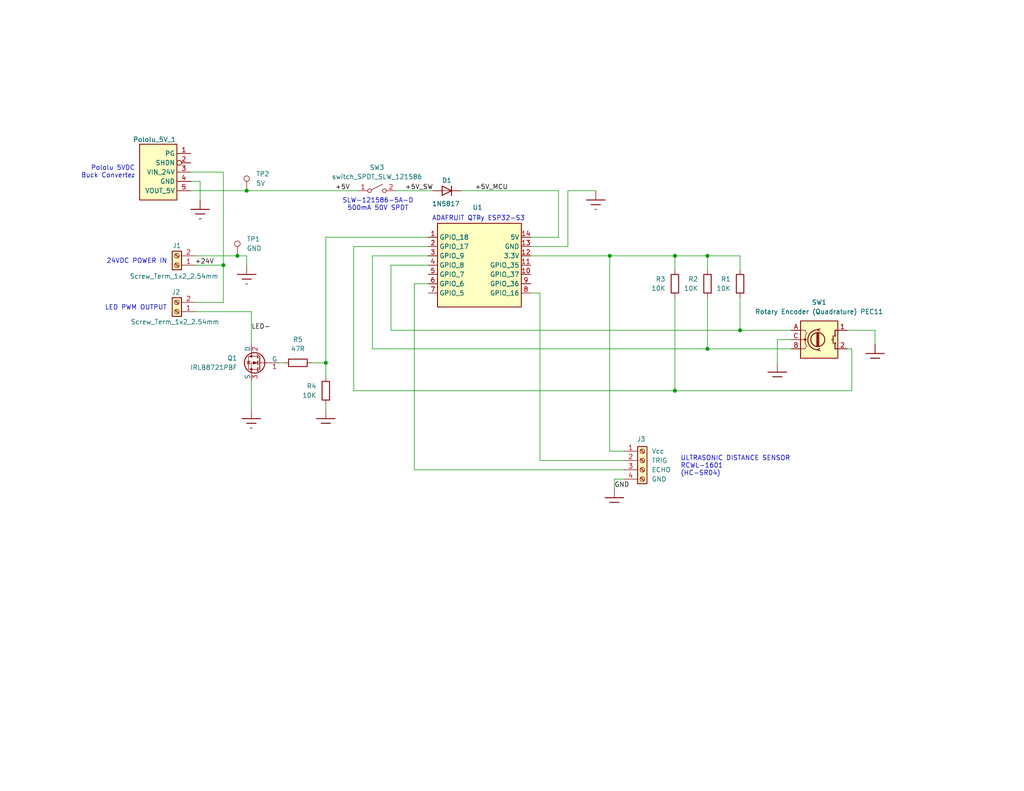
<source format=kicad_sch>
(kicad_sch (version 20231120) (generator "eeschema") (generator_version "8.0")
  (paper "A")
  (lib_symbols
    (symbol "Connector:Screw_Terminal_01x04" (pin_names (offset 3.81))
      (property "Reference" "J3" (at 2.54 0.0001 0))
      (property "Value" "Screw_Terminal_HCSR04" (at 2.54 -2.5399 0))
      (symbol "Screw_Terminal_01x04_1_1"
        (rectangle (start -1.27 3.81) (end 1.27 -6.35) (stroke (width 0.254)) (fill (type background)))
        (circle (center 0 -5.08) (radius 0.635) (stroke (width 0.1524)))
        (circle (center 0 -2.54) (radius 0.635) (stroke (width 0.1524)))
        (polyline (pts (xy -0.5334 -4.7498) (xy 0.3302 -5.588)) (stroke (width 0.1524)))
        (polyline (pts (xy -0.5334 -2.2098) (xy 0.3302 -3.048)) (stroke (width 0.1524)))
        (polyline (pts (xy -0.5334 0.3302) (xy 0.3302 -0.508)) (stroke (width 0.1524)))
        (polyline (pts (xy -0.5334 2.8702) (xy 0.3302 2.032)) (stroke (width 0.1524)))
        (polyline (pts (xy -0.3556 -4.572) (xy 0.508 -5.4102)) (stroke (width 0.1524)))
        (polyline (pts (xy -0.3556 -2.032) (xy 0.508 -2.8702)) (stroke (width 0.1524)))
        (polyline (pts (xy -0.3556 0.508) (xy 0.508 -0.3302)) (stroke (width 0.1524)))
        (polyline (pts (xy -0.3556 3.048) (xy 0.508 2.2098)) (stroke (width 0.1524)))
        (circle (center 0 0) (radius 0.635) (stroke (width 0.1524)))
        (circle (center 0 2.54) (radius 0.635) (stroke (width 0.1524)))
        (pin input line (at -5.08 2.54 0) (length 3.81) (name "Vcc") (number "1"))
        (pin input line (at -5.08 0 0) (length 3.81) (name "TRIG") (number "2"))
        (pin output line (at -5.08 -2.54 0) (length 3.81) (name "ECHO") (number "3"))
        (pin output line (at -5.08 -5.08 0) (length 3.81) (name "GND") (number "4"))
      )
    )
    (symbol "Connector:TestPoint" (pin_numbers hide) (pin_names (offset 0.762) hide)
      (property "Reference" "TP" (at 0 6.858 0))
      (property "Value" "TestPoint" (at 0 5.08 0))
      (symbol "TestPoint_0_1"
        (circle (center 0 3.302) (radius 0.762))
      )
      (symbol "TestPoint_1_1"
        (pin passive line (at 0 0 90) (length 2.54) (name "1") (number "1"))
      )
    )
    (symbol "Device:D" (pin_numbers hide) (pin_names (offset 1.016) hide)
      (property "Reference" "D" (at 0 2.54 0))
      (property "Value" "D" (at 0 -2.54 0))
      (symbol "D_0_1"
        (polyline (pts (xy -1.27 1.27) (xy -1.27 -1.27)) (stroke (width 0.254)))
        (polyline (pts (xy 1.27 0) (xy -1.27 0)))
        (polyline (pts (xy 1.27 1.27) (xy 1.27 -1.27) (xy -1.27 0) (xy 1.27 1.27)) (stroke (width 0.254)))
      )
      (symbol "D_1_1"
        (pin passive line (at -3.81 0 0) (length 2.54) (name "K") (number "1"))
        (pin passive line (at 3.81 0 180) (length 2.54) (name "A") (number "2"))
      )
    )
    (symbol "Device:RotaryEncoder_Switch" (pin_names (offset 0.254) hide)
      (property "Reference" "SW1" (at 0 10.16 0))
      (property "Value" "RotaryEncoder_Switch" (at 0 7.62 0))
      (symbol "RotaryEncoder_Switch_0_1"
        (rectangle (start -5.08 5.08) (end 5.08 -5.08) (stroke (width 0.254)) (fill (type background)))
        (circle (center -3.81 0) (radius 0.254) (fill (type outline)))
        (circle (center -0.381 0) (radius 1.905) (stroke (width 0.254)))
        (arc (start -0.381 2.667) (mid -3.0988 -0.0635) (end -0.381 -2.794) (stroke (width 0.254)))
        (polyline (pts (xy -0.635 -1.778) (xy -0.635 1.778)) (stroke (width 0.254)))
        (polyline (pts (xy -0.381 -1.778) (xy -0.381 1.778)) (stroke (width 0.254)))
        (polyline (pts (xy -0.127 1.778) (xy -0.127 -1.778)) (stroke (width 0.254)))
        (polyline (pts (xy 3.81 0) (xy 3.429 0)) (stroke (width 0.254)))
        (polyline (pts (xy 3.81 1.016) (xy 3.81 -1.016)) (stroke (width 0.254)))
        (polyline (pts (xy -5.08 -2.54) (xy -3.81 -2.54) (xy -3.81 -2.032)))
        (polyline (pts (xy -5.08 2.54) (xy -3.81 2.54) (xy -3.81 2.032)))
        (polyline (pts (xy 0.254 -3.048) (xy -0.508 -2.794) (xy 0.127 -2.413)) (stroke (width 0.254)))
        (polyline (pts (xy 0.254 2.921) (xy -0.508 2.667) (xy 0.127 2.286)) (stroke (width 0.254)))
        (polyline (pts (xy 5.08 -2.54) (xy 4.318 -2.54) (xy 4.318 -1.016)) (stroke (width 0.254)))
        (polyline (pts (xy 5.08 2.54) (xy 4.318 2.54) (xy 4.318 1.016)) (stroke (width 0.254)))
        (polyline (pts (xy -5.08 0) (xy -3.81 0) (xy -3.81 -1.016) (xy -3.302 -2.032)))
        (polyline (pts (xy -4.318 0) (xy -3.81 0) (xy -3.81 1.016) (xy -3.302 2.032)))
        (circle (center 4.318 -1.016) (radius 0.127) (stroke (width 0.254)))
        (circle (center 4.318 1.016) (radius 0.127) (stroke (width 0.254)))
      )
      (symbol "RotaryEncoder_Switch_1_1"
        (pin passive line (at 7.62 2.54 180) (length 2.54) (name "S1") (number "1"))
        (pin passive line (at 7.62 -2.54 180) (length 2.54) (name "S2") (number "2"))
        (pin passive line (at -7.62 2.54 0) (length 2.54) (name "A") (number "A"))
        (pin passive line (at -7.62 -2.54 0) (length 2.54) (name "B") (number "B"))
        (pin passive line (at -7.62 0 0) (length 2.54) (name "C") (number "C"))
      )
    )
    (symbol "GND_1" (power)
      (property "Value" "~" (at 0 -1.27 0))
      (symbol "GND_1_1_0"
        (polyline (pts (xy -2.54 0) (xy 2.54 0)) (stroke (width 0.254)))
        (pin power_in line (at 0 2.54 270) (length 2.54) (name "GND") (number "1"))
      )
      (symbol "GND_1_1_1"
        (polyline (pts (xy -1.27 -1.27) (xy 1.27 -1.27)) (stroke (width 0.254)))
      )
    )
    (symbol "GND_2" (power)
      (property "Value" "~" (at 0 -1.27 0))
      (symbol "GND_2_1_0"
        (polyline (pts (xy -2.54 0) (xy 2.54 0)) (stroke (width 0.254)))
        (pin power_in line (at 0 2.54 270) (length 2.54) (name "GND") (number "1"))
      )
      (symbol "GND_2_1_1"
        (polyline (pts (xy -1.27 -1.27) (xy 1.27 -1.27)) (stroke (width 0.254)))
      )
    )
    (symbol "GND_3" (power)
      (property "Value" "~" (at 0 -1.27 0))
      (symbol "GND_3_1_0"
        (polyline (pts (xy -2.54 0) (xy 2.54 0)) (stroke (width 0.254)))
        (pin power_in line (at 0 2.54 270) (length 2.54) (name "GND") (number "1"))
      )
      (symbol "GND_3_1_1"
        (polyline (pts (xy -1.27 -1.27) (xy 1.27 -1.27)) (stroke (width 0.254)))
      )
    )
    (symbol "Power Supply Module:Pololu_0J8557_24V"
      (property "Reference" "Pololu_5V_1" (at 11.43 0.6351 0))
      (property "Value" "~" (at 11.43 -1.27 0))
      (symbol "Pololu_0J8557_24V_0_1"
        (rectangle (start 0 7.62) (end 10.16 -7.62) (stroke (width 0.254)) (fill (type background)))
      )
      (symbol "Pololu_0J8557_24V_1_1"
        (pin output line (at -3.81 5.08 0) (length 3.81) (name "PG") (number "1"))
        (pin input inverted (at -3.81 2.54 0) (length 3.81) (name "SHDN") (number "2"))
        (pin input line (at -3.81 0 0) (length 3.81) (name "VIN_24V") (number "3"))
        (pin output line (at -3.81 -2.54 0) (length 3.81) (name "GND") (number "4"))
        (pin output line (at -3.81 -5.08 0) (length 3.81) (name "VOUT_5V") (number "5"))
      )
    )
    (symbol "user:Adafruit_QTPy_Esp32S3"
      (property "Reference" "U" (at 0 12.7 0))
      (symbol "Adafruit_QTPy_Esp32S3_0_1"
        (rectangle (start -11.43 11.43) (end 11.43 -11.43) (stroke (width 0.254)) (fill (type background)))
      )
      (symbol "Adafruit_QTPy_Esp32S3_1_1"
        (pin bidirectional line (at -13.97 7.62 0) (length 2.54) (name "GPIO_18") (number "1"))
        (pin bidirectional line (at 13.97 -2.54 180) (length 2.54) (name "GPIO_37") (number "10"))
        (pin bidirectional line (at 13.97 0 180) (length 2.54) (name "GPIO_35") (number "11"))
        (pin power_in line (at 13.97 2.54 180) (length 2.54) (name "3.3V") (number "12"))
        (pin power_in line (at 13.97 5.08 180) (length 2.54) (name "GND") (number "13"))
        (pin power_in line (at 13.97 7.62 180) (length 2.54) (name "5V") (number "14"))
        (pin bidirectional line (at -13.97 5.08 0) (length 2.54) (name "GPIO_17") (number "2"))
        (pin bidirectional line (at -13.97 2.54 0) (length 2.54) (name "GPIO_9") (number "3"))
        (pin bidirectional line (at -13.97 0 0) (length 2.54) (name "GPIO_8") (number "4"))
        (pin bidirectional line (at -13.97 -2.54 0) (length 2.54) (name "GPIO_7") (number "5"))
        (pin bidirectional line (at -13.97 -5.08 0) (length 2.54) (name "GPIO_6") (number "6"))
        (pin bidirectional line (at -13.97 -7.62 0) (length 2.54) (name "GPIO_5") (number "7"))
        (pin bidirectional line (at 13.97 -7.62 180) (length 2.54) (name "GPIO_16") (number "8"))
        (pin bidirectional line (at 13.97 -5.08 180) (length 2.54) (name "GPIO_36") (number "9"))
      )
    )
    (symbol "user:GND" (power)
      (property "Value" "~" (at 0 -1.27 0))
      (symbol "GND_1_0"
        (polyline (pts (xy -2.54 0) (xy 2.54 0)) (stroke (width 0.254)))
        (pin power_in line (at 0 2.54 270) (length 2.54) (name "GND") (number "1"))
      )
      (symbol "GND_1_1"
        (polyline (pts (xy -1.27 -1.27) (xy 1.27 -1.27)) (stroke (width 0.254)))
      )
    )
    (symbol "user:IRLB8721PBF" (pin_names (offset 0))
      (property "Reference" "Q1" (at 6.35 1.2701 0))
      (property "Value" "IRLB8721PBF" (at 6.35 -1.2699 0))
      (symbol "IRLB8721PBF_0_1"
        (polyline (pts (xy 0.254 0) (xy -2.54 0)))
        (polyline (pts (xy 0.254 1.905) (xy 0.254 -1.905)) (stroke (width 0.254)))
        (polyline (pts (xy 0.762 -1.27) (xy 0.762 -2.286)) (stroke (width 0.254)))
        (polyline (pts (xy 0.762 0.508) (xy 0.762 -0.508)) (stroke (width 0.254)))
        (polyline (pts (xy 0.762 2.286) (xy 0.762 1.27)) (stroke (width 0.254)))
        (polyline (pts (xy 2.54 2.54) (xy 2.54 1.778)))
        (polyline (pts (xy 2.54 -2.54) (xy 2.54 0) (xy 0.762 0)))
        (polyline (pts (xy 0.762 -1.778) (xy 3.302 -1.778) (xy 3.302 1.778) (xy 0.762 1.778)))
        (polyline (pts (xy 1.016 0) (xy 2.032 0.381) (xy 2.032 -0.381) (xy 1.016 0)) (fill (type outline)))
        (polyline (pts (xy 2.794 0.508) (xy 2.921 0.381) (xy 3.683 0.381) (xy 3.81 0.254)))
        (polyline (pts (xy 3.302 0.381) (xy 2.921 -0.254) (xy 3.683 -0.254) (xy 3.302 0.381)))
        (circle (center 1.651 0) (radius 2.794) (stroke (width 0.254)))
        (circle (center 2.54 -1.778) (radius 0.254) (fill (type outline)))
        (circle (center 2.54 1.778) (radius 0.254) (fill (type outline)))
      )
      (symbol "IRLB8721PBF_1_1"
        (pin input line (at -5.08 0 0) (length 2.54) (name "G") (number "1"))
        (pin passive line (at 2.54 5.08 270) (length 2.54) (name "D") (number "2"))
        (pin passive line (at 2.54 -5.08 90) (length 2.54) (name "S") (number "3"))
      )
    )
    (symbol "user:R" (pin_numbers hide) (pin_names (offset 0))
      (property "Reference" "R3" (at 2.54 1.2701 0))
      (property "Value" "10K" (at 2.54 -1.2699 0))
      (symbol "R_0_1"
        (rectangle (start -1.016 2.54) (end 1.016 -2.54) (stroke (width 0.254)))
      )
      (symbol "R_1_1"
        (pin passive line (at 0 3.81 270) (length 1.27) (name "~") (number "1"))
        (pin passive line (at 0 -3.81 90) (length 1.27) (name "~") (number "2"))
      )
    )
    (symbol "user:Screw_Term_1x2_2.54mm" (pin_names (offset 1.016) hide)
      (property "Reference" "J1" (at -4.064 -2.54 0))
      (property "Value" "Screw_Term_1x2_2.54mm" (at 2.54 -1.27 0))
      (symbol "Screw_Term_1x2_2.54mm_1_1"
        (circle (center -5.08 0) (radius 0.635) (stroke (width 0.1524)))
        (circle (center -5.08 2.54) (radius 0.635) (stroke (width 0.1524)))
        (rectangle (start -3.81 -1.27) (end -6.35 3.81) (stroke (width 0.254)) (fill (type background)))
        (polyline (pts (xy -4.7244 -0.508) (xy -5.588 0.3302)) (stroke (width 0.1524)))
        (polyline (pts (xy -4.7244 2.032) (xy -5.588 2.8702)) (stroke (width 0.1524)))
        (polyline (pts (xy -4.5466 -0.3302) (xy -5.4102 0.508)) (stroke (width 0.1524)))
        (polyline (pts (xy -4.5466 2.2098) (xy -5.4102 3.048)) (stroke (width 0.1524)))
        (pin passive line (at 0 0 180) (length 3.81) (name "Pin_1") (number "1"))
        (pin passive line (at 0 2.54 180) (length 3.81) (name "Pin_2") (number "2"))
      )
    )
    (symbol "user:switch_SPDT_SLW_121586" (pin_names (offset 0) hide)
      (property "Reference" "SW2" (at 0 6.35 0))
      (property "Value" "switch_SPDT_SLW_121586" (at 0 3.81 0))
      (symbol "switch_SPDT_SLW_121586_0_0"
        (circle (center -2.032 0) (radius 0.508))
        (polyline (pts (xy -1.524 0.254) (xy 1.524 1.778)))
        (circle (center 2.032 0) (radius 0.508))
      )
      (symbol "switch_SPDT_SLW_121586_1_1"
        (pin passive line (at -5.08 0 0) (length 2.54) (name "") (number "1"))
        (pin passive line (at 5.08 0 180) (length 2.54) (name "") (number "2"))
      )
    )
  )
  (junction (at 184.15 69.85))
  (junction (at 64.77 69.85))
  (junction (at 60.96 72.39))
  (junction (at 184.15 106.68))
  (junction (at 193.04 69.85))
  (junction (at 201.93 90.17))
  (junction (at 67.31 52.07))
  (junction (at 166.37 69.85))
  (junction (at 88.9 99.06))
  (junction (at 193.04 95.25))
  (wire (pts (xy 147.32 125.73) (xy 170.18 125.73)))
  (wire (pts (xy 60.96 46.99) (xy 52.07 46.99)))
  (wire (pts (xy 106.68 72.39) (xy 106.68 90.17)))
  (wire (pts (xy 184.15 106.68) (xy 232.41 106.68)))
  (wire (pts (xy 96.52 67.31) (xy 96.52 106.68)))
  (wire (pts (xy 125.73 52.07) (xy 152.4 52.07)))
  (wire (pts (xy 215.9 92.71) (xy 212.09 92.71)))
  (wire (pts (xy 232.41 95.25) (xy 232.41 106.68)))
  (wire (pts (xy 212.09 92.71) (xy 212.09 99.06)))
  (wire (pts (xy 67.31 52.07) (xy 97.79 52.07)))
  (wire (pts (xy 154.94 52.07) (xy 162.56 52.07)))
  (wire (pts (xy 101.6 95.25) (xy 193.04 95.25)))
  (wire (pts (xy 144.78 69.85) (xy 166.37 69.85)))
  (wire (pts (xy 77.47 99.06) (xy 76.2 99.06)))
  (wire (pts (xy 170.18 123.19) (xy 166.37 123.19)))
  (wire (pts (xy 106.68 90.17) (xy 201.93 90.17)))
  (wire (pts (xy 116.84 72.39) (xy 106.68 72.39)))
  (wire (pts (xy 68.58 104.14) (xy 68.58 111.76)))
  (wire (pts (xy 167.64 130.81) (xy 170.18 130.81)))
  (wire (pts (xy 88.9 64.77) (xy 88.9 99.06)))
  (wire (pts (xy 96.52 67.31) (xy 116.84 67.31)))
  (wire (pts (xy 107.95 52.07) (xy 118.11 52.07)))
  (wire (pts (xy 201.93 81.28) (xy 201.93 90.17)))
  (wire (pts (xy 166.37 69.85) (xy 184.15 69.85)))
  (wire (pts (xy 88.9 110.49) (xy 88.9 111.76)))
  (wire (pts (xy 154.94 52.07) (xy 154.94 67.31)))
  (wire (pts (xy 238.76 90.17) (xy 238.76 93.98)))
  (wire (pts (xy 64.77 69.85) (xy 67.31 69.85)))
  (wire (pts (xy 85.09 99.06) (xy 88.9 99.06)))
  (wire (pts (xy 201.93 90.17) (xy 215.9 90.17)))
  (wire (pts (xy 167.64 130.81) (xy 167.64 133.35)))
  (wire (pts (xy 152.4 64.77) (xy 144.78 64.77)))
  (wire (pts (xy 238.76 90.17) (xy 231.14 90.17)))
  (wire (pts (xy 60.96 46.99) (xy 60.96 72.39)))
  (wire (pts (xy 60.96 72.39) (xy 60.96 82.55)))
  (wire (pts (xy 68.58 85.09) (xy 53.34 85.09)))
  (wire (pts (xy 184.15 81.28) (xy 184.15 106.68)))
  (wire (pts (xy 193.04 81.28) (xy 193.04 95.25)))
  (wire (pts (xy 88.9 64.77) (xy 116.84 64.77)))
  (wire (pts (xy 201.93 69.85) (xy 201.93 73.66)))
  (wire (pts (xy 113.03 128.27) (xy 170.18 128.27)))
  (wire (pts (xy 52.07 52.07) (xy 67.31 52.07)))
  (wire (pts (xy 152.4 52.07) (xy 152.4 64.77)))
  (wire (pts (xy 193.04 69.85) (xy 184.15 69.85)))
  (wire (pts (xy 101.6 69.85) (xy 101.6 95.25)))
  (wire (pts (xy 68.58 85.09) (xy 68.58 93.98)))
  (wire (pts (xy 53.34 82.55) (xy 60.96 82.55)))
  (wire (pts (xy 54.61 49.53) (xy 52.07 49.53)))
  (wire (pts (xy 53.34 72.39) (xy 60.96 72.39)))
  (wire (pts (xy 147.32 125.73) (xy 147.32 80.01)))
  (wire (pts (xy 147.32 80.01) (xy 144.78 80.01)))
  (wire (pts (xy 113.03 77.47) (xy 113.03 128.27)))
  (wire (pts (xy 88.9 99.06) (xy 88.9 102.87)))
  (wire (pts (xy 232.41 95.25) (xy 231.14 95.25)))
  (wire (pts (xy 166.37 69.85) (xy 166.37 123.19)))
  (wire (pts (xy 67.31 69.85) (xy 67.31 72.39)))
  (wire (pts (xy 193.04 95.25) (xy 215.9 95.25)))
  (wire (pts (xy 193.04 69.85) (xy 201.93 69.85)))
  (wire (pts (xy 54.61 49.53) (xy 54.61 54.61)))
  (wire (pts (xy 53.34 69.85) (xy 64.77 69.85)))
  (wire (pts (xy 116.84 69.85) (xy 101.6 69.85)))
  (wire (pts (xy 184.15 73.66) (xy 184.15 69.85)))
  (wire (pts (xy 96.52 106.68) (xy 184.15 106.68)))
  (wire (pts (xy 113.03 77.47) (xy 116.84 77.47)))
  (wire (pts (xy 193.04 69.85) (xy 193.04 73.66)))
  (wire (pts (xy 154.94 67.31) (xy 144.78 67.31)))
  (text "ULTRASONIC DISTANCE SENSOR\nRCWL-1601\n(HC-SR04)" (at 185.674 127.254 0) (effects (font (size 1.27 1.27)) (justify left)))
  (text "Pololu 5VDC\nBuck Converter" (at 36.83 46.99 0) (effects (font (size 1.27 1.27)) (justify right)))
  (text "SLW-121586-5A-D\n500mA 50V SPDT" (at 103.124 55.88 0) (effects (font (size 1.27 1.27))))
  (text "24VDC POWER IN" (at 37.338 71.374 0) (effects (font (size 1.27 1.27))))
  (text "LED PWM OUTPUT" (at 37.084 84.074 0) (effects (font (size 1.27 1.27))))
  (text "ADAFRUIT QTPy ESP32-S3" (at 130.556 59.69 0) (effects (font (size 1.27 1.27))))
  (label "+5V_MCU" (at 129.54 52.07 0))
  (label "+5V" (at 91.44 52.07 0))
  (label "+5V_SW" (at 110.49 52.07 0))
  (label "+24V" (at 58.42 72.39 180))
  (label "GND" (at 167.64 133.35 0))
  (label "LED-" (at 68.58 90.17 0))
  (symbol (lib_id "user:GND") (at 54.61 57.15 0) (mirror y) (unit 1)
    (property "Reference" "#03" (effects (hide yes)))
    (property "Value" "~" (at 54.61 59.69 0) (effects (font (size 1.27 1.0795))))
    (property "Description" "GND" (effects (hide yes)))
  )
  (symbol (lib_id "user:GND") (at 162.56 54.61 0) (mirror y) (unit 1)
    (property "Reference" "#04" (effects (hide yes)))
    (property "Value" "~" (at 162.56 57.15 0) (effects (font (size 1.27 1.0795))))
    (property "Description" "GND" (effects (hide yes)))
  )
  (symbol (lib_id "Connector:TestPoint") (at 64.77 69.85 0) (unit 1)
    (property "Reference" "TP1" (at 67.31 65.2779 0) (effects (justify left)))
    (property "Value" "GND" (at 67.31 67.8179 0) (effects (justify left)))
    (property "Footprint" "TestPoint:TestPoint_Plated_Hole_D2.0mm" (effects (hide yes)))
    (property "Description" "test point" (effects (hide yes)))
  )
  (symbol (lib_id "user:GND") (at 67.31 74.93 0) (mirror y) (unit 1)
    (property "Reference" "#01" (effects (hide yes)))
    (property "Value" "~" (at 67.31 77.47 0) (effects (font (size 1.27 1.0795))))
    (property "Description" "GND" (effects (hide yes)))
  )
  (symbol (lib_id "Device:RotaryEncoder_Switch") (at 223.52 92.71 0) (unit 1)
    (property "Reference" "SW1" (at 223.52 82.55 0))
    (property "Value" "Rotary Encoder (Quadrature) PEC11" (at 223.52 85.09 0))
    (property "Footprint" "user:Bourns-PEC11R" (effects (hide yes)))
    (property "Description" "Rotary encoder, dual channel, incremental quadrate outputs, with switch" (effects (hide yes)))
  )
  (symbol (lib_name "GND_1") (lib_id "cablight-eagle-import:GND") (at 212.09 101.6 0) (mirror y) (unit 1)
    (property "Reference" "#0102" (effects (hide yes)))
    (property "Value" "~" (at 212.09 102.87 0) (effects (font (size 1.27 1.0795))))
    (property "Description" "GND" (effects (hide yes)))
  )
  (symbol (lib_id "user:R") (at 193.04 77.47 0) (mirror y) (unit 1)
    (property "Reference" "R2" (at 190.5 76.1999 0) (effects (justify left)))
    (property "Value" "10K" (at 190.5 78.7399 0) (effects (justify left)))
    (property "Footprint" "Resistor_THT:R_Axial_DIN0207_L6.3mm_D2.5mm_P10.16mm_Horizontal" (effects (hide yes)))
    (property "Description" "ResistorFromKit" (effects (hide yes)))
  )
  (symbol (lib_id "user:R") (at 201.93 77.47 0) (mirror y) (unit 1)
    (property "Reference" "R1" (at 199.39 76.1999 0) (effects (justify left)))
    (property "Value" "10K" (at 199.39 78.7399 0) (effects (justify left)))
    (property "Footprint" "Resistor_THT:R_Axial_DIN0207_L6.3mm_D2.5mm_P10.16mm_Horizontal" (effects (hide yes)))
    (property "Description" "ResistorFromKit" (effects (hide yes)))
  )
  (symbol (lib_id "user:switch_SPDT_SLW_121586") (at 102.87 52.07 0) (unit 1)
    (property "Reference" "SW3" (at 102.87 45.72 0))
    (property "Value" "switch_SPDT_SLW_121586" (at 102.87 48.26 0))
    (property "Footprint" "user:CUI_SPDT_500mA_3mm" (effects (hide yes)))
    (property "Description" "SPDT" (effects (hide yes)))
  )
  (symbol (lib_id "user:Adafruit_QTPy_Esp32S3") (at 130.81 72.39 0) (unit 1)
    (property "Reference" "U1" (at 130.302 56.642 0))
    (property "Value" "~" (at 130.81 59.69 0))
    (property "Footprint" "user:AdafruitQTPyEsp32S3" (effects (hide yes)))
  )
  (symbol (lib_id "user:Screw_Term_1x2_2.54mm") (at 53.34 72.39 0) (unit 1)
    (property "Reference" "J1" (at 48.26 67.056 0))
    (property "Value" "Screw_Term_1x2_2.54mm" (at 47.498 75.438 0))
    (property "Footprint" "user:2xTermBlock_254mm" (effects (hide yes)))
    (property "Description" "Generic screw terminal, single row, 01x02, script generated (kicad-library-utils/schlib/autogen/connector/)" (effects (hide yes)))
  )
  (symbol (lib_name "GND_2") (lib_id "cablight-eagle-import:GND") (at 238.76 96.52 0) (mirror y) (unit 1)
    (property "Reference" "#0101" (effects (hide yes)))
    (property "Value" "~" (at 238.76 97.79 0) (effects (font (size 1.27 1.0795))))
    (property "Description" "GND" (effects (hide yes)))
  )
  (symbol (lib_id "Device:D") (at 121.92 52.07 180) (unit 1)
    (property "Reference" "D1" (at 121.92 49.276 0))
    (property "Value" "1N5817" (at 121.666 55.626 0))
    (property "Footprint" "Diode_THT:D_DO-41_SOD81_P2.54mm_Vertical_KathodeUp" (effects (hide yes)))
    (property "Description" "Diode" (effects (hide yes)))
    (property "Sim.Device" "D" (effects (hide yes)))
    (property "Sim.Pins" "1=K 2=A" (effects (hide yes)))
  )
  (symbol (lib_id "user:Screw_Term_1x2_2.54mm") (at 53.34 85.09 0) (unit 1)
    (property "Reference" "J2" (at 48.006 79.756 0))
    (property "Value" "Screw_Term_1x2_2.54mm" (at 47.752 87.884 0))
    (property "Footprint" "user:2xTermBlock_254mm" (effects (hide yes)))
    (property "Description" "Generic screw terminal, single row, 01x02, script generated (kicad-library-utils/schlib/autogen/connector/)" (effects (hide yes)))
  )
  (symbol (lib_name "GND_3") (lib_id "cablight-eagle-import:GND") (at 167.64 135.89 0) (unit 1)
    (property "Reference" "#0103" (effects (hide yes)))
    (property "Value" "~" (at 167.64 137.16 0) (effects (font (size 1.27 1.0795))))
    (property "Description" "GND" (effects (hide yes)))
  )
  (symbol (lib_name "GND_3") (lib_id "cablight-eagle-import:GND") (at 88.9 114.3 0) (mirror y) (unit 1)
    (property "Reference" "#0104" (effects (hide yes)))
    (property "Value" "~" (at 88.9 115.57 0) (effects (font (size 1.27 1.0795))))
    (property "Description" "GND" (effects (hide yes)))
  )
  (symbol (lib_id "Power Supply Module:Pololu_0J8557_24V") (at 48.26 46.99 0) (mirror y) (unit 1)
    (property "Reference" "Pololu_5V_1" (at 48.006 38.1 0) (effects (justify left)))
    (property "Value" "~" (at 36.83 48.26 0) (effects (justify left)))
    (property "Footprint" "user:Pololu_5V_H" (effects (hide yes)))
  )
  (symbol (lib_id "Connector:TestPoint") (at 67.31 52.07 0) (unit 1)
    (property "Reference" "TP2" (at 69.85 47.4979 0) (effects (justify left)))
    (property "Value" "5V" (at 69.85 50.0379 0) (effects (justify left)))
    (property "Footprint" "TestPoint:TestPoint_Plated_Hole_D2.0mm" (effects (hide yes)))
    (property "Description" "test point" (effects (hide yes)))
  )
  (symbol (lib_id "user:R") (at 184.15 77.47 0) (mirror y) (unit 1)
    (property "Reference" "R3" (at 181.61 76.1999 0) (effects (justify left)))
    (property "Value" "10K" (at 181.61 78.7399 0) (effects (justify left)))
    (property "Footprint" "Resistor_THT:R_Axial_DIN0207_L6.3mm_D2.5mm_P10.16mm_Horizontal" (effects (hide yes)))
    (property "Description" "ResistorFromKit" (effects (hide yes)))
  )
  (symbol (lib_id "user:R") (at 81.28 99.06 270) (mirror x) (unit 1)
    (property "Reference" "R5" (at 81.28 92.71 90))
    (property "Value" "47R" (at 81.28 95.25 90))
    (property "Footprint" "Resistor_THT:R_Axial_DIN0207_L6.3mm_D2.5mm_P10.16mm_Horizontal" (effects (hide yes)))
    (property "Description" "ResistorFromKit" (effects (hide yes)))
  )
  (symbol (lib_id "user:R") (at 88.9 106.68 0) (mirror y) (unit 1)
    (property "Reference" "R4" (at 86.36 105.4099 0) (effects (justify left)))
    (property "Value" "10K" (at 86.36 107.9499 0) (effects (justify left)))
    (property "Footprint" "Resistor_THT:R_Axial_DIN0207_L6.3mm_D2.5mm_P10.16mm_Horizontal" (effects (hide yes)))
    (property "Description" "ResistorFromKit" (effects (hide yes)))
  )
  (symbol (lib_id "user:GND") (at 68.58 114.3 0) (mirror y) (unit 1)
    (property "Reference" "#02" (effects (hide yes)))
    (property "Value" "~" (at 68.58 116.84 0) (effects (font (size 1.27 1.0795))))
    (property "Description" "GND" (effects (hide yes)))
  )
  (symbol (lib_id "Connector:Screw_Terminal_01x04") (at 175.26 125.73 0) (unit 1)
    (property "Reference" "J3" (at 173.736 119.888 0) (effects (justify left)))
    (property "Value" "Screw_Terminal_HCSR04" (effects (hide yes)))
    (property "Footprint" "user:RCWL-1601" (effects (hide yes)))
    (property "Description" "Generic screw terminal, single row, 01x04, script generated (kicad-library-utils/schlib/autogen/connector/)" (effects (hide yes)))
  )
  (symbol (lib_id "user:IRLB8721PBF") (at 71.12 99.06 0) (mirror y) (unit 1)
    (property "Reference" "Q1" (at 64.77 97.7899 0) (effects (justify left)))
    (property "Value" "IRLB8721PBF" (at 64.77 100.3299 0) (effects (justify left)))
    (property "Footprint" "user:TO-220F-3_H_Heatsink" (effects (hide yes)))
    (property "Datasheet" "http://www.infineon.com/dgdl/irlb8721pbf.pdf?fileId=5546d462533600a40153566056732591" (effects (hide yes)))
    (property "Description" "62A Id, 30V Vds, 8.7 mOhm Rds, N-Channel HEXFET Power MOSFET, TO-220" (effects (hide yes)))
  )
)
</source>
